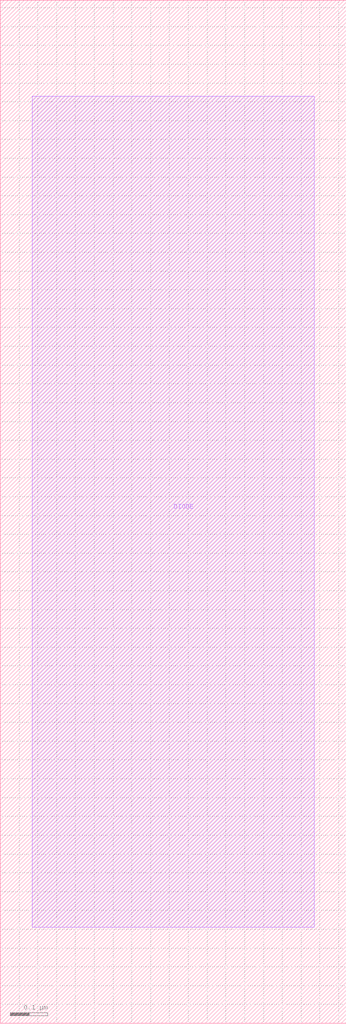
<source format=lef>
# Copyright 2020 The SkyWater PDK Authors
#
# Licensed under the Apache License, Version 2.0 (the "License");
# you may not use this file except in compliance with the License.
# You may obtain a copy of the License at
#
#     https://www.apache.org/licenses/LICENSE-2.0
#
# Unless required by applicable law or agreed to in writing, software
# distributed under the License is distributed on an "AS IS" BASIS,
# WITHOUT WARRANTIES OR CONDITIONS OF ANY KIND, either express or implied.
# See the License for the specific language governing permissions and
# limitations under the License.
#
# SPDX-License-Identifier: Apache-2.0

VERSION 5.7 ;
BUSBITCHARS "[]" ;
DIVIDERCHAR "/" ;
PROPERTYDEFINITIONS
  MACRO maskLayoutSubType STRING ;
  MACRO prCellType STRING ;
  MACRO originalViewName STRING ;
END PROPERTYDEFINITIONS
MACRO sky130_fd_sc_hdll__diode_2
  ORIGIN  0.000000  0.000000 ;
  CLASS CORE ;
  SYMMETRY X Y R90 ;
  SIZE  0.920000 BY  2.720000 ;
  SITE unithd ;
  PIN DIODE
    ANTENNADIFFAREA  0.434700 ;
    DIRECTION INPUT ;
    USE SIGNAL ;
    PORT
      LAYER li1 ;
        RECT 0.085000 0.255000 0.835000 2.465000 ;
    END
  END DIODE
  PIN VGND
    DIRECTION INOUT ;
    USE GROUND ;
  END VGND
  PIN VPWR
    DIRECTION INOUT ;
    USE POWER ;
  END VPWR
  PROPERTY maskLayoutSubType "abstract" ;
  PROPERTY prCellType "standard" ;
  PROPERTY originalViewName "layout" ;
END sky130_fd_sc_hdll__diode_2

</source>
